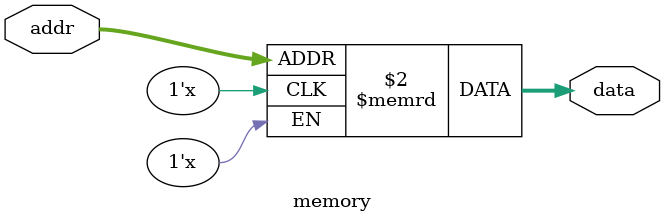
<source format=sv>
module memory (
    input  logic [5:0] addr,
    output logic [7:0] data
);

  logic [7:0] mem[64];
  always_comb begin
    data = mem[addr];
  end
endmodule

</source>
